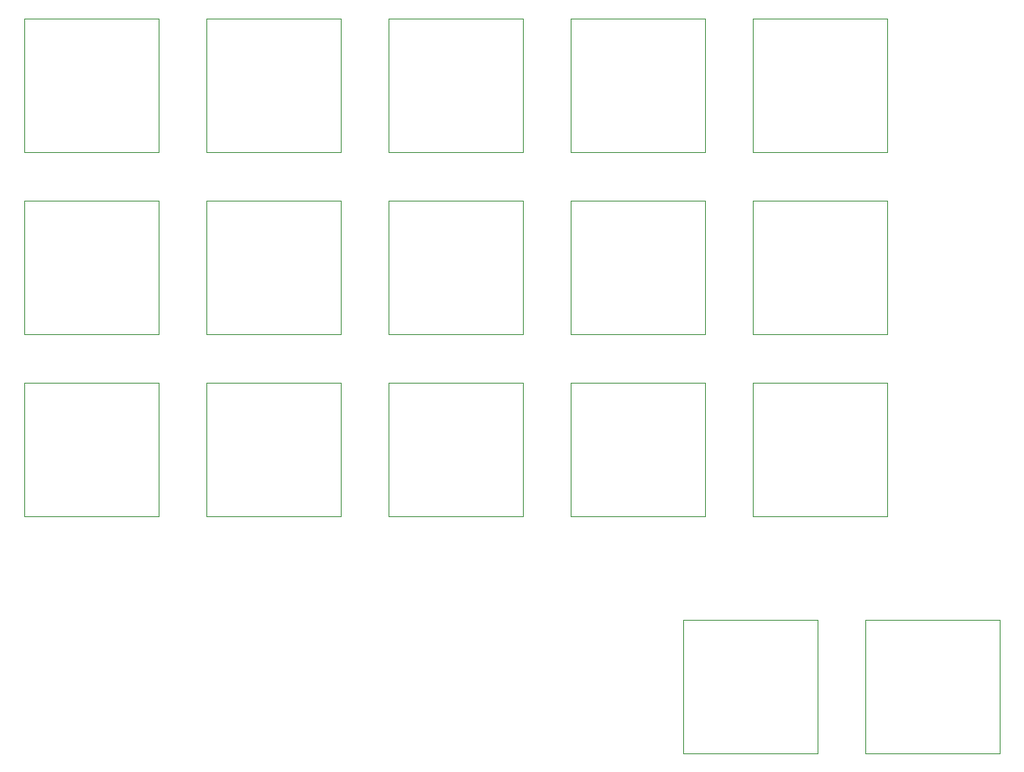
<source format=gbr>
%TF.GenerationSoftware,KiCad,Pcbnew,8.0.7*%
%TF.CreationDate,2025-01-05T02:21:24-08:00*%
%TF.ProjectId,risha,72697368-612e-46b6-9963-61645f706362,v1.0.0*%
%TF.SameCoordinates,Original*%
%TF.FileFunction,Other,User*%
%FSLAX46Y46*%
G04 Gerber Fmt 4.6, Leading zero omitted, Abs format (unit mm)*
G04 Created by KiCad (PCBNEW 8.0.7) date 2025-01-05 02:21:24*
%MOMM*%
%LPD*%
G01*
G04 APERTURE LIST*
%ADD10C,0.050000*%
G04 APERTURE END LIST*
D10*
%TO.C,MX8*%
X126350000Y-69200000D02*
X126350000Y-83200000D01*
X126350000Y-83200000D02*
X140350000Y-83200000D01*
X140350000Y-69200000D02*
X126350000Y-69200000D01*
X140350000Y-83200000D02*
X140350000Y-69200000D01*
%TO.C,MX17*%
X176200000Y-113015000D02*
X176200000Y-127015000D01*
X176200000Y-127015000D02*
X190200000Y-127015000D01*
X190200000Y-113015000D02*
X176200000Y-113015000D01*
X190200000Y-127015000D02*
X190200000Y-113015000D01*
%TO.C,MX4*%
X107300000Y-88250000D02*
X107300000Y-102250000D01*
X107300000Y-102250000D02*
X121300000Y-102250000D01*
X121300000Y-88250000D02*
X107300000Y-88250000D01*
X121300000Y-102250000D02*
X121300000Y-88250000D01*
%TO.C,MX10*%
X145400000Y-88250000D02*
X145400000Y-102250000D01*
X145400000Y-102250000D02*
X159400000Y-102250000D01*
X159400000Y-88250000D02*
X145400000Y-88250000D01*
X159400000Y-102250000D02*
X159400000Y-88250000D01*
%TO.C,MX3*%
X88250000Y-50150000D02*
X88250000Y-64150000D01*
X88250000Y-64150000D02*
X102250000Y-64150000D01*
X102250000Y-50150000D02*
X88250000Y-50150000D01*
X102250000Y-64150000D02*
X102250000Y-50150000D01*
%TO.C,MX12*%
X145400000Y-50150000D02*
X145400000Y-64150000D01*
X145400000Y-64150000D02*
X159400000Y-64150000D01*
X159400000Y-50150000D02*
X145400000Y-50150000D01*
X159400000Y-64150000D02*
X159400000Y-50150000D01*
%TO.C,MX14*%
X164450000Y-69200000D02*
X164450000Y-83200000D01*
X164450000Y-83200000D02*
X178450000Y-83200000D01*
X178450000Y-69200000D02*
X164450000Y-69200000D01*
X178450000Y-83200000D02*
X178450000Y-69200000D01*
%TO.C,MX9*%
X126350000Y-50150000D02*
X126350000Y-64150000D01*
X126350000Y-64150000D02*
X140350000Y-64150000D01*
X140350000Y-50150000D02*
X126350000Y-50150000D01*
X140350000Y-64150000D02*
X140350000Y-50150000D01*
%TO.C,MX15*%
X164450000Y-50150000D02*
X164450000Y-64150000D01*
X164450000Y-64150000D02*
X178450000Y-64150000D01*
X178450000Y-50150000D02*
X164450000Y-50150000D01*
X178450000Y-64150000D02*
X178450000Y-50150000D01*
%TO.C,MX13*%
X164450000Y-88250000D02*
X164450000Y-102250000D01*
X164450000Y-102250000D02*
X178450000Y-102250000D01*
X178450000Y-88250000D02*
X164450000Y-88250000D01*
X178450000Y-102250000D02*
X178450000Y-88250000D01*
%TO.C,MX7*%
X126350000Y-88250000D02*
X126350000Y-102250000D01*
X126350000Y-102250000D02*
X140350000Y-102250000D01*
X140350000Y-88250000D02*
X126350000Y-88250000D01*
X140350000Y-102250000D02*
X140350000Y-88250000D01*
%TO.C,MX5*%
X107300000Y-69200000D02*
X107300000Y-83200000D01*
X107300000Y-83200000D02*
X121300000Y-83200000D01*
X121300000Y-69200000D02*
X107300000Y-69200000D01*
X121300000Y-83200000D02*
X121300000Y-69200000D01*
%TO.C,MX6*%
X107300000Y-50150000D02*
X107300000Y-64150000D01*
X107300000Y-64150000D02*
X121300000Y-64150000D01*
X121300000Y-50150000D02*
X107300000Y-50150000D01*
X121300000Y-64150000D02*
X121300000Y-50150000D01*
%TO.C,MX16*%
X157150000Y-113015000D02*
X157150000Y-127015000D01*
X157150000Y-127015000D02*
X171150000Y-127015000D01*
X171150000Y-113015000D02*
X157150000Y-113015000D01*
X171150000Y-127015000D02*
X171150000Y-113015000D01*
%TO.C,MX1*%
X88250000Y-88250000D02*
X88250000Y-102250000D01*
X88250000Y-102250000D02*
X102250000Y-102250000D01*
X102250000Y-88250000D02*
X88250000Y-88250000D01*
X102250000Y-102250000D02*
X102250000Y-88250000D01*
%TO.C,MX2*%
X88250000Y-69200000D02*
X88250000Y-83200000D01*
X88250000Y-83200000D02*
X102250000Y-83200000D01*
X102250000Y-69200000D02*
X88250000Y-69200000D01*
X102250000Y-83200000D02*
X102250000Y-69200000D01*
%TO.C,MX11*%
X145400000Y-69200000D02*
X145400000Y-83200000D01*
X145400000Y-83200000D02*
X159400000Y-83200000D01*
X159400000Y-69200000D02*
X145400000Y-69200000D01*
X159400000Y-83200000D02*
X159400000Y-69200000D01*
%TD*%
M02*

</source>
